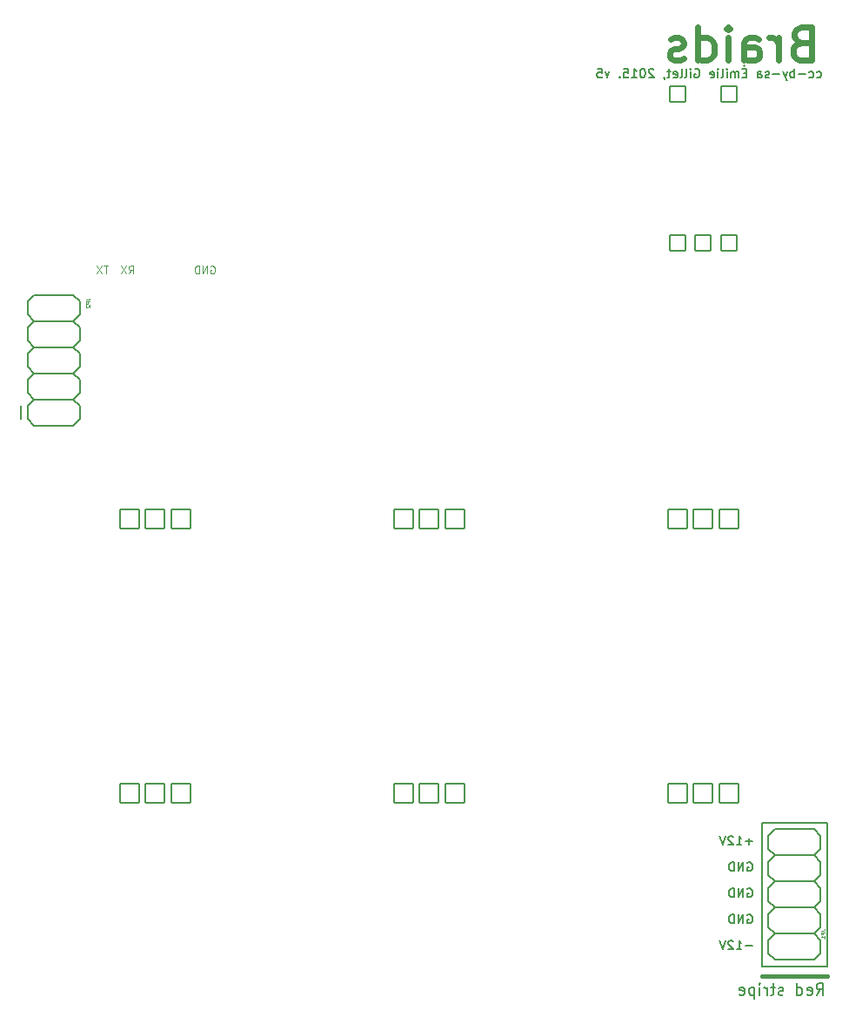
<source format=gbr>
%TF.GenerationSoftware,KiCad,Pcbnew,(6.0.11-0)*%
%TF.CreationDate,2023-03-06T23:39:12+01:00*%
%TF.ProjectId,braids,62726169-6473-42e6-9b69-6361645f7063,rev?*%
%TF.SameCoordinates,Original*%
%TF.FileFunction,Legend,Bot*%
%TF.FilePolarity,Positive*%
%FSLAX46Y46*%
G04 Gerber Fmt 4.6, Leading zero omitted, Abs format (unit mm)*
G04 Created by KiCad (PCBNEW (6.0.11-0)) date 2023-03-06 23:39:12*
%MOMM*%
%LPD*%
G01*
G04 APERTURE LIST*
G04 Aperture macros list*
%AMRoundRect*
0 Rectangle with rounded corners*
0 $1 Rounding radius*
0 $2 $3 $4 $5 $6 $7 $8 $9 X,Y pos of 4 corners*
0 Add a 4 corners polygon primitive as box body*
4,1,4,$2,$3,$4,$5,$6,$7,$8,$9,$2,$3,0*
0 Add four circle primitives for the rounded corners*
1,1,$1+$1,$2,$3*
1,1,$1+$1,$4,$5*
1,1,$1+$1,$6,$7*
1,1,$1+$1,$8,$9*
0 Add four rect primitives between the rounded corners*
20,1,$1+$1,$2,$3,$4,$5,0*
20,1,$1+$1,$4,$5,$6,$7,0*
20,1,$1+$1,$6,$7,$8,$9,0*
20,1,$1+$1,$8,$9,$2,$3,0*%
%AMFreePoly0*
4,1,25,0.575031,1.328373,0.579933,1.323882,1.323882,0.579933,1.345910,0.532692,1.346200,0.526051,1.346200,-0.526051,1.328373,-0.575031,1.323882,-0.579933,0.579933,-1.323882,0.532692,-1.345910,0.526051,-1.346200,-0.526051,-1.346200,-0.575031,-1.328373,-0.579933,-1.323882,-1.323882,-0.579933,-1.345910,-0.532692,-1.346200,-0.526051,-1.346200,0.526051,-1.328373,0.575031,-1.323882,0.579933,
-0.579933,1.323882,-0.532692,1.345910,-0.526051,1.346200,0.526051,1.346200,0.575031,1.328373,0.575031,1.328373,$1*%
%AMFreePoly1*
4,1,25,0.417216,0.947373,0.422118,0.942882,0.942882,0.422118,0.964910,0.374877,0.965200,0.368236,0.965200,-0.368236,0.947373,-0.417216,0.942882,-0.422118,0.422118,-0.942882,0.374877,-0.964910,0.368236,-0.965200,-0.368236,-0.965200,-0.417216,-0.947373,-0.422118,-0.942882,-0.942882,-0.422118,-0.964910,-0.374877,-0.965200,-0.368236,-0.965200,0.368236,-0.947373,0.417216,-0.942882,0.422118,
-0.422118,0.942882,-0.374877,0.964910,-0.368236,0.965200,0.368236,0.965200,0.417216,0.947373,0.417216,0.947373,$1*%
%AMFreePoly2*
4,1,25,0.839299,1.966373,0.844201,1.961882,1.961882,0.844201,1.983910,0.796960,1.984200,0.790319,1.984200,-0.790319,1.966373,-0.839299,1.961882,-0.844201,0.844201,-1.961882,0.796960,-1.983910,0.790319,-1.984200,-0.790319,-1.984200,-0.839299,-1.966373,-0.844201,-1.961882,-1.961882,-0.844201,-1.983910,-0.796960,-1.984200,-0.790319,-1.984200,0.790319,-1.966373,0.839299,-1.961882,0.844201,
-0.844201,1.961882,-0.796960,1.983910,-0.790319,1.984200,0.790319,1.984200,0.839299,1.966373,0.839299,1.966373,$1*%
%AMFreePoly3*
4,1,25,0.438258,0.998173,0.443160,0.993682,0.993682,0.443160,1.015710,0.395919,1.016000,0.389278,1.016000,-0.389278,0.998173,-0.438258,0.993682,-0.443160,0.443160,-0.993682,0.395919,-1.015710,0.389278,-1.016000,-0.389278,-1.016000,-0.438258,-0.998173,-0.443160,-0.993682,-0.993682,-0.443160,-1.015710,-0.395919,-1.016000,-0.389278,-1.016000,0.389278,-0.998173,0.438258,-0.993682,0.443160,
-0.443160,0.993682,-0.395919,1.015710,-0.389278,1.016000,0.389278,1.016000,0.438258,0.998173,0.438258,0.998173,$1*%
G04 Aperture macros list end*
%ADD10C,0.203200*%
%ADD11C,0.406400*%
%ADD12C,0.065024*%
%ADD13C,0.571500*%
%ADD14C,0.152400*%
%ADD15C,0.029911*%
%ADD16C,0.032512*%
%ADD17RoundRect,0.076200X0.939800X-0.939800X0.939800X0.939800X-0.939800X0.939800X-0.939800X-0.939800X0*%
%ADD18FreePoly0,90.000000*%
%ADD19C,2.200000*%
%ADD20FreePoly1,90.000000*%
%ADD21RoundRect,0.076200X-0.750000X-0.750000X0.750000X-0.750000X0.750000X0.750000X-0.750000X0.750000X0*%
%ADD22FreePoly2,0.000000*%
%ADD23C,1.574800*%
%ADD24FreePoly1,270.000000*%
%ADD25FreePoly3,270.000000*%
%ADD26FreePoly3,90.000000*%
G04 APERTURE END LIST*
D10*
X187246100Y-145961100D02*
X187246100Y-131991100D01*
X187246100Y-131991100D02*
X180896100Y-131991100D01*
X180896100Y-131991100D02*
X180896100Y-145961100D01*
X180896100Y-145961100D02*
X187246100Y-145961100D01*
D11*
X180896100Y-146913600D02*
X187246100Y-146913600D01*
D12*
X127261600Y-77903324D02*
X127332817Y-77867715D01*
X127439642Y-77867715D01*
X127546467Y-77903324D01*
X127617684Y-77974540D01*
X127653292Y-78045757D01*
X127688900Y-78188191D01*
X127688900Y-78295016D01*
X127653292Y-78437449D01*
X127617684Y-78508666D01*
X127546467Y-78579883D01*
X127439642Y-78615491D01*
X127368425Y-78615491D01*
X127261600Y-78579883D01*
X127225991Y-78544274D01*
X127225991Y-78295016D01*
X127368425Y-78295016D01*
X126905516Y-78615491D02*
X126905516Y-77867715D01*
X126478215Y-78615491D01*
X126478215Y-77867715D01*
X126122132Y-78615491D02*
X126122132Y-77867715D01*
X125944090Y-77867715D01*
X125837265Y-77903324D01*
X125766048Y-77974540D01*
X125730439Y-78045757D01*
X125694831Y-78188191D01*
X125694831Y-78295016D01*
X125730439Y-78437449D01*
X125766048Y-78508666D01*
X125837265Y-78579883D01*
X125944090Y-78615491D01*
X126122132Y-78615491D01*
X119288491Y-78615491D02*
X119537750Y-78259407D01*
X119715792Y-78615491D02*
X119715792Y-77867715D01*
X119430925Y-77867715D01*
X119359708Y-77903324D01*
X119324100Y-77938932D01*
X119288491Y-78010149D01*
X119288491Y-78116974D01*
X119324100Y-78188191D01*
X119359708Y-78223799D01*
X119430925Y-78259407D01*
X119715792Y-78259407D01*
X119039233Y-77867715D02*
X118540715Y-78615491D01*
X118540715Y-77867715D02*
X119039233Y-78615491D01*
D13*
X184706553Y-56163028D02*
X184243910Y-56317242D01*
X184089696Y-56471457D01*
X183935482Y-56779885D01*
X183935482Y-57242528D01*
X184089696Y-57550957D01*
X184243910Y-57705171D01*
X184552339Y-57859385D01*
X185786053Y-57859385D01*
X185786053Y-54620885D01*
X184706553Y-54620885D01*
X184398125Y-54775100D01*
X184243910Y-54929314D01*
X184089696Y-55237742D01*
X184089696Y-55546171D01*
X184243910Y-55854600D01*
X184398125Y-56008814D01*
X184706553Y-56163028D01*
X185786053Y-56163028D01*
X182547553Y-57859385D02*
X182547553Y-55700385D01*
X182547553Y-56317242D02*
X182393339Y-56008814D01*
X182239125Y-55854600D01*
X181930696Y-55700385D01*
X181622267Y-55700385D01*
X179154839Y-57859385D02*
X179154839Y-56163028D01*
X179309053Y-55854600D01*
X179617482Y-55700385D01*
X180234339Y-55700385D01*
X180542767Y-55854600D01*
X179154839Y-57705171D02*
X179463267Y-57859385D01*
X180234339Y-57859385D01*
X180542767Y-57705171D01*
X180696982Y-57396742D01*
X180696982Y-57088314D01*
X180542767Y-56779885D01*
X180234339Y-56625671D01*
X179463267Y-56625671D01*
X179154839Y-56471457D01*
X177612696Y-57859385D02*
X177612696Y-55700385D01*
X177612696Y-54620885D02*
X177766910Y-54775100D01*
X177612696Y-54929314D01*
X177458482Y-54775100D01*
X177612696Y-54620885D01*
X177612696Y-54929314D01*
X174682625Y-57859385D02*
X174682625Y-54620885D01*
X174682625Y-57705171D02*
X174991053Y-57859385D01*
X175607910Y-57859385D01*
X175916339Y-57705171D01*
X176070553Y-57550957D01*
X176224767Y-57242528D01*
X176224767Y-56317242D01*
X176070553Y-56008814D01*
X175916339Y-55854600D01*
X175607910Y-55700385D01*
X174991053Y-55700385D01*
X174682625Y-55854600D01*
X173294696Y-57705171D02*
X172986267Y-57859385D01*
X172369410Y-57859385D01*
X172060982Y-57705171D01*
X171906767Y-57396742D01*
X171906767Y-57242528D01*
X172060982Y-56934100D01*
X172369410Y-56779885D01*
X172832053Y-56779885D01*
X173140482Y-56625671D01*
X173294696Y-56317242D01*
X173294696Y-56163028D01*
X173140482Y-55854600D01*
X172832053Y-55700385D01*
X172369410Y-55700385D01*
X172060982Y-55854600D01*
D14*
X179504059Y-140970000D02*
X179586306Y-140928876D01*
X179709678Y-140928876D01*
X179833049Y-140970000D01*
X179915297Y-141052247D01*
X179956420Y-141134495D01*
X179997544Y-141298990D01*
X179997544Y-141422361D01*
X179956420Y-141586857D01*
X179915297Y-141669104D01*
X179833049Y-141751352D01*
X179709678Y-141792476D01*
X179627430Y-141792476D01*
X179504059Y-141751352D01*
X179462935Y-141710228D01*
X179462935Y-141422361D01*
X179627430Y-141422361D01*
X179092820Y-141792476D02*
X179092820Y-140928876D01*
X178599335Y-141792476D01*
X178599335Y-140928876D01*
X178188097Y-141792476D02*
X178188097Y-140928876D01*
X177982478Y-140928876D01*
X177859106Y-140970000D01*
X177776859Y-141052247D01*
X177735735Y-141134495D01*
X177694611Y-141298990D01*
X177694611Y-141422361D01*
X177735735Y-141586857D01*
X177776859Y-141669104D01*
X177859106Y-141751352D01*
X177982478Y-141792476D01*
X178188097Y-141792476D01*
X186242316Y-148765380D02*
X186614849Y-148233190D01*
X186880944Y-148765380D02*
X186880944Y-147647780D01*
X186455192Y-147647780D01*
X186348754Y-147701000D01*
X186295535Y-147754219D01*
X186242316Y-147860657D01*
X186242316Y-148020314D01*
X186295535Y-148126752D01*
X186348754Y-148179971D01*
X186455192Y-148233190D01*
X186880944Y-148233190D01*
X185337592Y-148712161D02*
X185444030Y-148765380D01*
X185656906Y-148765380D01*
X185763344Y-148712161D01*
X185816563Y-148605723D01*
X185816563Y-148179971D01*
X185763344Y-148073533D01*
X185656906Y-148020314D01*
X185444030Y-148020314D01*
X185337592Y-148073533D01*
X185284373Y-148179971D01*
X185284373Y-148286409D01*
X185816563Y-148392847D01*
X184326430Y-148765380D02*
X184326430Y-147647780D01*
X184326430Y-148712161D02*
X184432868Y-148765380D01*
X184645744Y-148765380D01*
X184752182Y-148712161D01*
X184805401Y-148658942D01*
X184858620Y-148552504D01*
X184858620Y-148233190D01*
X184805401Y-148126752D01*
X184752182Y-148073533D01*
X184645744Y-148020314D01*
X184432868Y-148020314D01*
X184326430Y-148073533D01*
X182995954Y-148712161D02*
X182889516Y-148765380D01*
X182676640Y-148765380D01*
X182570201Y-148712161D01*
X182516982Y-148605723D01*
X182516982Y-148552504D01*
X182570201Y-148446066D01*
X182676640Y-148392847D01*
X182836297Y-148392847D01*
X182942735Y-148339628D01*
X182995954Y-148233190D01*
X182995954Y-148179971D01*
X182942735Y-148073533D01*
X182836297Y-148020314D01*
X182676640Y-148020314D01*
X182570201Y-148073533D01*
X182197668Y-148020314D02*
X181771916Y-148020314D01*
X182038011Y-147647780D02*
X182038011Y-148605723D01*
X181984792Y-148712161D01*
X181878354Y-148765380D01*
X181771916Y-148765380D01*
X181399382Y-148765380D02*
X181399382Y-148020314D01*
X181399382Y-148233190D02*
X181346163Y-148126752D01*
X181292944Y-148073533D01*
X181186506Y-148020314D01*
X181080068Y-148020314D01*
X180707535Y-148765380D02*
X180707535Y-148020314D01*
X180707535Y-147647780D02*
X180760754Y-147701000D01*
X180707535Y-147754219D01*
X180654316Y-147701000D01*
X180707535Y-147647780D01*
X180707535Y-147754219D01*
X180175344Y-148020314D02*
X180175344Y-149137914D01*
X180175344Y-148073533D02*
X180068906Y-148020314D01*
X179856030Y-148020314D01*
X179749592Y-148073533D01*
X179696373Y-148126752D01*
X179643154Y-148233190D01*
X179643154Y-148552504D01*
X179696373Y-148658942D01*
X179749592Y-148712161D01*
X179856030Y-148765380D01*
X180068906Y-148765380D01*
X180175344Y-148712161D01*
X178738430Y-148712161D02*
X178844868Y-148765380D01*
X179057744Y-148765380D01*
X179164182Y-148712161D01*
X179217401Y-148605723D01*
X179217401Y-148179971D01*
X179164182Y-148073533D01*
X179057744Y-148020314D01*
X178844868Y-148020314D01*
X178738430Y-148073533D01*
X178685211Y-148179971D01*
X178685211Y-148286409D01*
X179217401Y-148392847D01*
X179956420Y-144003485D02*
X179298440Y-144003485D01*
X178434840Y-144332476D02*
X178928325Y-144332476D01*
X178681582Y-144332476D02*
X178681582Y-143468876D01*
X178763830Y-143592247D01*
X178846078Y-143674495D01*
X178928325Y-143715619D01*
X178105849Y-143551123D02*
X178064725Y-143510000D01*
X177982478Y-143468876D01*
X177776859Y-143468876D01*
X177694611Y-143510000D01*
X177653487Y-143551123D01*
X177612363Y-143633371D01*
X177612363Y-143715619D01*
X177653487Y-143838990D01*
X178146973Y-144332476D01*
X177612363Y-144332476D01*
X177365620Y-143468876D02*
X177077754Y-144332476D01*
X176789887Y-143468876D01*
X179504059Y-135890000D02*
X179586306Y-135848876D01*
X179709678Y-135848876D01*
X179833049Y-135890000D01*
X179915297Y-135972247D01*
X179956420Y-136054495D01*
X179997544Y-136218990D01*
X179997544Y-136342361D01*
X179956420Y-136506857D01*
X179915297Y-136589104D01*
X179833049Y-136671352D01*
X179709678Y-136712476D01*
X179627430Y-136712476D01*
X179504059Y-136671352D01*
X179462935Y-136630228D01*
X179462935Y-136342361D01*
X179627430Y-136342361D01*
X179092820Y-136712476D02*
X179092820Y-135848876D01*
X178599335Y-136712476D01*
X178599335Y-135848876D01*
X178188097Y-136712476D02*
X178188097Y-135848876D01*
X177982478Y-135848876D01*
X177859106Y-135890000D01*
X177776859Y-135972247D01*
X177735735Y-136054495D01*
X177694611Y-136218990D01*
X177694611Y-136342361D01*
X177735735Y-136506857D01*
X177776859Y-136589104D01*
X177859106Y-136671352D01*
X177982478Y-136712476D01*
X178188097Y-136712476D01*
X179504059Y-138430000D02*
X179586306Y-138388876D01*
X179709678Y-138388876D01*
X179833049Y-138430000D01*
X179915297Y-138512247D01*
X179956420Y-138594495D01*
X179997544Y-138758990D01*
X179997544Y-138882361D01*
X179956420Y-139046857D01*
X179915297Y-139129104D01*
X179833049Y-139211352D01*
X179709678Y-139252476D01*
X179627430Y-139252476D01*
X179504059Y-139211352D01*
X179462935Y-139170228D01*
X179462935Y-138882361D01*
X179627430Y-138882361D01*
X179092820Y-139252476D02*
X179092820Y-138388876D01*
X178599335Y-139252476D01*
X178599335Y-138388876D01*
X178188097Y-139252476D02*
X178188097Y-138388876D01*
X177982478Y-138388876D01*
X177859106Y-138430000D01*
X177776859Y-138512247D01*
X177735735Y-138594495D01*
X177694611Y-138758990D01*
X177694611Y-138882361D01*
X177735735Y-139046857D01*
X177776859Y-139129104D01*
X177859106Y-139211352D01*
X177982478Y-139252476D01*
X178188097Y-139252476D01*
X186253806Y-59518852D02*
X186336054Y-59559976D01*
X186500549Y-59559976D01*
X186582797Y-59518852D01*
X186623920Y-59477728D01*
X186665044Y-59395480D01*
X186665044Y-59148738D01*
X186623920Y-59066490D01*
X186582797Y-59025366D01*
X186500549Y-58984242D01*
X186336054Y-58984242D01*
X186253806Y-59025366D01*
X185513578Y-59518852D02*
X185595825Y-59559976D01*
X185760320Y-59559976D01*
X185842568Y-59518852D01*
X185883692Y-59477728D01*
X185924816Y-59395480D01*
X185924816Y-59148738D01*
X185883692Y-59066490D01*
X185842568Y-59025366D01*
X185760320Y-58984242D01*
X185595825Y-58984242D01*
X185513578Y-59025366D01*
X185143463Y-59230985D02*
X184485482Y-59230985D01*
X184074244Y-59559976D02*
X184074244Y-58696376D01*
X184074244Y-59025366D02*
X183991997Y-58984242D01*
X183827501Y-58984242D01*
X183745254Y-59025366D01*
X183704130Y-59066490D01*
X183663006Y-59148738D01*
X183663006Y-59395480D01*
X183704130Y-59477728D01*
X183745254Y-59518852D01*
X183827501Y-59559976D01*
X183991997Y-59559976D01*
X184074244Y-59518852D01*
X183375140Y-58984242D02*
X183169520Y-59559976D01*
X182963901Y-58984242D02*
X183169520Y-59559976D01*
X183251768Y-59765595D01*
X183292892Y-59806719D01*
X183375140Y-59847842D01*
X182634911Y-59230985D02*
X181976930Y-59230985D01*
X181606816Y-59518852D02*
X181524568Y-59559976D01*
X181360073Y-59559976D01*
X181277825Y-59518852D01*
X181236701Y-59436604D01*
X181236701Y-59395480D01*
X181277825Y-59313233D01*
X181360073Y-59272109D01*
X181483444Y-59272109D01*
X181565692Y-59230985D01*
X181606816Y-59148738D01*
X181606816Y-59107614D01*
X181565692Y-59025366D01*
X181483444Y-58984242D01*
X181360073Y-58984242D01*
X181277825Y-59025366D01*
X180496473Y-59559976D02*
X180496473Y-59107614D01*
X180537597Y-59025366D01*
X180619844Y-58984242D01*
X180784340Y-58984242D01*
X180866587Y-59025366D01*
X180496473Y-59518852D02*
X180578720Y-59559976D01*
X180784340Y-59559976D01*
X180866587Y-59518852D01*
X180907711Y-59436604D01*
X180907711Y-59354357D01*
X180866587Y-59272109D01*
X180784340Y-59230985D01*
X180578720Y-59230985D01*
X180496473Y-59189861D01*
X179427254Y-59107614D02*
X179139387Y-59107614D01*
X179016016Y-59559976D02*
X179427254Y-59559976D01*
X179427254Y-58696376D01*
X179016016Y-58696376D01*
X179139387Y-58367385D02*
X179262759Y-58490757D01*
X178645901Y-59559976D02*
X178645901Y-58984242D01*
X178645901Y-59066490D02*
X178604778Y-59025366D01*
X178522530Y-58984242D01*
X178399159Y-58984242D01*
X178316911Y-59025366D01*
X178275787Y-59107614D01*
X178275787Y-59559976D01*
X178275787Y-59107614D02*
X178234663Y-59025366D01*
X178152416Y-58984242D01*
X178029044Y-58984242D01*
X177946797Y-59025366D01*
X177905673Y-59107614D01*
X177905673Y-59559976D01*
X177494435Y-59559976D02*
X177494435Y-58984242D01*
X177494435Y-58696376D02*
X177535559Y-58737500D01*
X177494435Y-58778623D01*
X177453311Y-58737500D01*
X177494435Y-58696376D01*
X177494435Y-58778623D01*
X176959825Y-59559976D02*
X177042073Y-59518852D01*
X177083197Y-59436604D01*
X177083197Y-58696376D01*
X176630835Y-59559976D02*
X176630835Y-58984242D01*
X176630835Y-58696376D02*
X176671959Y-58737500D01*
X176630835Y-58778623D01*
X176589711Y-58737500D01*
X176630835Y-58696376D01*
X176630835Y-58778623D01*
X175890606Y-59518852D02*
X175972854Y-59559976D01*
X176137349Y-59559976D01*
X176219597Y-59518852D01*
X176260720Y-59436604D01*
X176260720Y-59107614D01*
X176219597Y-59025366D01*
X176137349Y-58984242D01*
X175972854Y-58984242D01*
X175890606Y-59025366D01*
X175849482Y-59107614D01*
X175849482Y-59189861D01*
X176260720Y-59272109D01*
X174369025Y-58737500D02*
X174451273Y-58696376D01*
X174574644Y-58696376D01*
X174698016Y-58737500D01*
X174780263Y-58819747D01*
X174821387Y-58901995D01*
X174862511Y-59066490D01*
X174862511Y-59189861D01*
X174821387Y-59354357D01*
X174780263Y-59436604D01*
X174698016Y-59518852D01*
X174574644Y-59559976D01*
X174492397Y-59559976D01*
X174369025Y-59518852D01*
X174327901Y-59477728D01*
X174327901Y-59189861D01*
X174492397Y-59189861D01*
X173957787Y-59559976D02*
X173957787Y-58984242D01*
X173957787Y-58696376D02*
X173998911Y-58737500D01*
X173957787Y-58778623D01*
X173916663Y-58737500D01*
X173957787Y-58696376D01*
X173957787Y-58778623D01*
X173423178Y-59559976D02*
X173505425Y-59518852D01*
X173546549Y-59436604D01*
X173546549Y-58696376D01*
X172970816Y-59559976D02*
X173053063Y-59518852D01*
X173094187Y-59436604D01*
X173094187Y-58696376D01*
X172312835Y-59518852D02*
X172395082Y-59559976D01*
X172559578Y-59559976D01*
X172641825Y-59518852D01*
X172682949Y-59436604D01*
X172682949Y-59107614D01*
X172641825Y-59025366D01*
X172559578Y-58984242D01*
X172395082Y-58984242D01*
X172312835Y-59025366D01*
X172271711Y-59107614D01*
X172271711Y-59189861D01*
X172682949Y-59272109D01*
X172024968Y-58984242D02*
X171695978Y-58984242D01*
X171901597Y-58696376D02*
X171901597Y-59436604D01*
X171860473Y-59518852D01*
X171778225Y-59559976D01*
X171695978Y-59559976D01*
X171366987Y-59518852D02*
X171366987Y-59559976D01*
X171408111Y-59642223D01*
X171449235Y-59683347D01*
X170380016Y-58778623D02*
X170338892Y-58737500D01*
X170256644Y-58696376D01*
X170051025Y-58696376D01*
X169968778Y-58737500D01*
X169927654Y-58778623D01*
X169886530Y-58860871D01*
X169886530Y-58943119D01*
X169927654Y-59066490D01*
X170421140Y-59559976D01*
X169886530Y-59559976D01*
X169351920Y-58696376D02*
X169269673Y-58696376D01*
X169187425Y-58737500D01*
X169146301Y-58778623D01*
X169105178Y-58860871D01*
X169064054Y-59025366D01*
X169064054Y-59230985D01*
X169105178Y-59395480D01*
X169146301Y-59477728D01*
X169187425Y-59518852D01*
X169269673Y-59559976D01*
X169351920Y-59559976D01*
X169434168Y-59518852D01*
X169475292Y-59477728D01*
X169516416Y-59395480D01*
X169557540Y-59230985D01*
X169557540Y-59025366D01*
X169516416Y-58860871D01*
X169475292Y-58778623D01*
X169434168Y-58737500D01*
X169351920Y-58696376D01*
X168241578Y-59559976D02*
X168735063Y-59559976D01*
X168488320Y-59559976D02*
X168488320Y-58696376D01*
X168570568Y-58819747D01*
X168652816Y-58901995D01*
X168735063Y-58943119D01*
X167460225Y-58696376D02*
X167871463Y-58696376D01*
X167912587Y-59107614D01*
X167871463Y-59066490D01*
X167789216Y-59025366D01*
X167583597Y-59025366D01*
X167501349Y-59066490D01*
X167460225Y-59107614D01*
X167419101Y-59189861D01*
X167419101Y-59395480D01*
X167460225Y-59477728D01*
X167501349Y-59518852D01*
X167583597Y-59559976D01*
X167789216Y-59559976D01*
X167871463Y-59518852D01*
X167912587Y-59477728D01*
X167048987Y-59477728D02*
X167007863Y-59518852D01*
X167048987Y-59559976D01*
X167090111Y-59518852D01*
X167048987Y-59477728D01*
X167048987Y-59559976D01*
X166062016Y-58984242D02*
X165856397Y-59559976D01*
X165650778Y-58984242D01*
X164910549Y-58696376D02*
X165321787Y-58696376D01*
X165362911Y-59107614D01*
X165321787Y-59066490D01*
X165239540Y-59025366D01*
X165033920Y-59025366D01*
X164951673Y-59066490D01*
X164910549Y-59107614D01*
X164869425Y-59189861D01*
X164869425Y-59395480D01*
X164910549Y-59477728D01*
X164951673Y-59518852D01*
X165033920Y-59559976D01*
X165239540Y-59559976D01*
X165321787Y-59518852D01*
X165362911Y-59477728D01*
X179956420Y-133843485D02*
X179298440Y-133843485D01*
X179627430Y-134172476D02*
X179627430Y-133514495D01*
X178434840Y-134172476D02*
X178928325Y-134172476D01*
X178681582Y-134172476D02*
X178681582Y-133308876D01*
X178763830Y-133432247D01*
X178846078Y-133514495D01*
X178928325Y-133555619D01*
X178105849Y-133391123D02*
X178064725Y-133350000D01*
X177982478Y-133308876D01*
X177776859Y-133308876D01*
X177694611Y-133350000D01*
X177653487Y-133391123D01*
X177612363Y-133473371D01*
X177612363Y-133555619D01*
X177653487Y-133678990D01*
X178146973Y-134172476D01*
X177612363Y-134172476D01*
X177365620Y-133308876D02*
X177077754Y-134172476D01*
X176789887Y-133308876D01*
D12*
X117282617Y-77867715D02*
X116855317Y-77867715D01*
X117068967Y-78615491D02*
X117068967Y-77867715D01*
X116677275Y-77867715D02*
X116178757Y-78615491D01*
X116178757Y-77867715D02*
X116677275Y-78615491D01*
D15*
%TO.C,JP1*%
X186658927Y-142494750D02*
X186927848Y-142494750D01*
X186981632Y-142476822D01*
X187017488Y-142440966D01*
X187035416Y-142387182D01*
X187035416Y-142351326D01*
X187035416Y-142674031D02*
X186658927Y-142674031D01*
X186658927Y-142817455D01*
X186676855Y-142853311D01*
X186694783Y-142871239D01*
X186730639Y-142889167D01*
X186784423Y-142889167D01*
X186820279Y-142871239D01*
X186838207Y-142853311D01*
X186856135Y-142817455D01*
X186856135Y-142674031D01*
X187035416Y-143247728D02*
X187035416Y-143032592D01*
X187035416Y-143140160D02*
X186658927Y-143140160D01*
X186712711Y-143104304D01*
X186748567Y-143068448D01*
X186766495Y-143032592D01*
D16*
%TO.C,JP2*%
X115108307Y-81159874D02*
X115375370Y-81159874D01*
X115428783Y-81142070D01*
X115464391Y-81106461D01*
X115482195Y-81053049D01*
X115482195Y-81017440D01*
X115482195Y-81337916D02*
X115108307Y-81337916D01*
X115108307Y-81480349D01*
X115126112Y-81515958D01*
X115143916Y-81533762D01*
X115179524Y-81551566D01*
X115232937Y-81551566D01*
X115268545Y-81533762D01*
X115286349Y-81515958D01*
X115304153Y-81480349D01*
X115304153Y-81337916D01*
X115143916Y-81694000D02*
X115126112Y-81711804D01*
X115108307Y-81747412D01*
X115108307Y-81836433D01*
X115126112Y-81872042D01*
X115143916Y-81889846D01*
X115179524Y-81907650D01*
X115215132Y-81907650D01*
X115268545Y-81889846D01*
X115482195Y-81676195D01*
X115482195Y-81907650D01*
D14*
%TO.C,JP1*%
X182166100Y-135166100D02*
X185976100Y-135166100D01*
X182166100Y-137706100D02*
X185976100Y-137706100D01*
X182166100Y-140246100D02*
X185976100Y-140246100D01*
X186611100Y-142151100D02*
X185976100Y-142786100D01*
X186611100Y-135801100D02*
X186611100Y-137071100D01*
X186611100Y-134531100D02*
X185976100Y-135166100D01*
X185976100Y-142786100D02*
X186611100Y-143421100D01*
X182166100Y-132626100D02*
X181531100Y-133261100D01*
X185976100Y-135166100D02*
X186611100Y-135801100D01*
X186611100Y-133261100D02*
X186611100Y-134531100D01*
X182166100Y-137706100D02*
X181531100Y-138341100D01*
X181531100Y-140881100D02*
X181531100Y-142151100D01*
D10*
X187246100Y-133261100D02*
X187246100Y-134531100D01*
D14*
X181531100Y-139611100D02*
X182166100Y-140246100D01*
X182166100Y-140246100D02*
X181531100Y-140881100D01*
X185976100Y-132626100D02*
X182166100Y-132626100D01*
X186611100Y-140881100D02*
X186611100Y-142151100D01*
X181531100Y-134531100D02*
X182166100Y-135166100D01*
X182166100Y-145326100D02*
X185976100Y-145326100D01*
X181531100Y-135801100D02*
X181531100Y-137071100D01*
X182166100Y-142786100D02*
X185976100Y-142786100D01*
X181531100Y-143421100D02*
X181531100Y-144691100D01*
X186611100Y-138341100D02*
X186611100Y-139611100D01*
X182166100Y-142786100D02*
X181531100Y-143421100D01*
X186611100Y-137071100D02*
X185976100Y-137706100D01*
X185976100Y-137706100D02*
X186611100Y-138341100D01*
X181531100Y-137071100D02*
X182166100Y-137706100D01*
X185976100Y-132626100D02*
X186611100Y-133261100D01*
X181531100Y-142151100D02*
X182166100Y-142786100D01*
X181531100Y-144691100D02*
X182166100Y-145326100D01*
X181531100Y-133261100D02*
X181531100Y-134531100D01*
X186611100Y-144691100D02*
X185976100Y-145326100D01*
X182166100Y-135166100D02*
X181531100Y-135801100D01*
X181531100Y-138341100D02*
X181531100Y-139611100D01*
X186611100Y-139611100D02*
X185976100Y-140246100D01*
X186611100Y-143421100D02*
X186611100Y-144691100D01*
X185976100Y-140246100D02*
X186611100Y-140881100D01*
G36*
X185595100Y-139230100D02*
G01*
X185087100Y-139230100D01*
X185087100Y-138722100D01*
X185595100Y-138722100D01*
X185595100Y-139230100D01*
G37*
%TO.C,JP2*%
X110095000Y-93390000D02*
X109460000Y-92755000D01*
X109460000Y-90215000D02*
X109460000Y-88945000D01*
X109460000Y-86405000D02*
X110095000Y-85770000D01*
X113905000Y-85770000D02*
X114540000Y-85135000D01*
X109460000Y-81325000D02*
X110095000Y-80690000D01*
X113905000Y-88310000D02*
X114540000Y-87675000D01*
X114540000Y-81325000D02*
X113905000Y-80690000D01*
X110095000Y-85770000D02*
X109460000Y-85135000D01*
X114540000Y-91485000D02*
X113905000Y-90850000D01*
X109460000Y-83865000D02*
X110095000Y-83230000D01*
X113905000Y-90850000D02*
X114540000Y-90215000D01*
X114540000Y-82595000D02*
X114540000Y-81325000D01*
X110095000Y-83230000D02*
X109460000Y-82595000D01*
X114540000Y-90215000D02*
X114540000Y-88945000D01*
X113905000Y-88310000D02*
X110095000Y-88310000D01*
X109460000Y-82595000D02*
X109460000Y-81325000D01*
X109460000Y-85135000D02*
X109460000Y-83865000D01*
X114540000Y-88945000D02*
X113905000Y-88310000D01*
X109460000Y-91485000D02*
X110095000Y-90850000D01*
X110095000Y-90850000D02*
X109460000Y-90215000D01*
X110095000Y-88310000D02*
X109460000Y-87675000D01*
X109460000Y-88945000D02*
X110095000Y-88310000D01*
X114540000Y-83865000D02*
X113905000Y-83230000D01*
X114540000Y-92755000D02*
X114540000Y-91485000D01*
X110095000Y-93390000D02*
X113905000Y-93390000D01*
X114540000Y-85135000D02*
X114540000Y-83865000D01*
D10*
X108825000Y-92755000D02*
X108825000Y-91485000D01*
D14*
X114540000Y-86405000D02*
X113905000Y-85770000D01*
X113905000Y-90850000D02*
X110095000Y-90850000D01*
X113905000Y-80690000D02*
X110095000Y-80690000D01*
X113905000Y-83230000D02*
X114540000Y-82595000D01*
X114540000Y-87675000D02*
X114540000Y-86405000D01*
X109460000Y-92755000D02*
X109460000Y-91485000D01*
X113905000Y-93390000D02*
X114540000Y-92755000D01*
X109460000Y-87675000D02*
X109460000Y-86405000D01*
X113905000Y-83230000D02*
X110095000Y-83230000D01*
X113905000Y-85770000D02*
X110095000Y-85770000D01*
G36*
X110984000Y-87294000D02*
G01*
X110476000Y-87294000D01*
X110476000Y-86786000D01*
X110984000Y-86786000D01*
X110984000Y-87294000D01*
G37*
%TD*%
%LPC*%
D17*
%TO.C,R19*%
X124341100Y-102478600D03*
X121841100Y-102478600D03*
X119341100Y-102478600D03*
D18*
X126541100Y-95478600D03*
X117141100Y-95478600D03*
%TD*%
D17*
%TO.C,R36*%
X124341100Y-129148600D03*
X121841100Y-129148600D03*
X119341100Y-129148600D03*
D18*
X126541100Y-122148600D03*
X117141100Y-122148600D03*
%TD*%
D19*
%TO.C,J4*%
X153591100Y-151993600D03*
D20*
X159306100Y-151993600D03*
X156766100Y-151993600D03*
X149146100Y-151993600D03*
%TD*%
D19*
%TO.C,J3*%
X140891100Y-151993600D03*
D20*
X146606100Y-151993600D03*
X144066100Y-151993600D03*
X136446100Y-151993600D03*
%TD*%
D19*
%TO.C,J5*%
X166291100Y-151993600D03*
D20*
X172006100Y-151993600D03*
X169466100Y-151993600D03*
X161846100Y-151993600D03*
%TD*%
D19*
%TO.C,J1*%
X115491100Y-151993600D03*
D20*
X121206100Y-151993600D03*
X118666100Y-151993600D03*
X111046100Y-151993600D03*
%TD*%
D19*
%TO.C,J2*%
X128191100Y-151993600D03*
D20*
X133906100Y-151993600D03*
X131366100Y-151993600D03*
X123746100Y-151993600D03*
%TD*%
D21*
%TO.C,SW1*%
X172681100Y-75673600D03*
X177681100Y-75673600D03*
X175181100Y-75673600D03*
X172681100Y-61173600D03*
X177681100Y-61173600D03*
D22*
X170281100Y-68173600D03*
X180081100Y-68173600D03*
%TD*%
D17*
%TO.C,R20*%
X151011100Y-102478600D03*
X148511100Y-102478600D03*
X146011100Y-102478600D03*
D18*
X153211100Y-95478600D03*
X143811100Y-95478600D03*
%TD*%
D23*
%TO.C,DISP1*%
X115173600Y-75793600D03*
X117713600Y-75793600D03*
X120253600Y-75793600D03*
X122793600Y-75793600D03*
X125333600Y-75793600D03*
X127873600Y-75793600D03*
X130413600Y-75793600D03*
X132953600Y-75793600D03*
X135493600Y-75793600D03*
X135493600Y-60553600D03*
X132953600Y-60553600D03*
X130413600Y-60553600D03*
X127873600Y-60553600D03*
X125333600Y-60553600D03*
X122793600Y-60553600D03*
X120253600Y-60553600D03*
X117713600Y-60553600D03*
X115173600Y-60553600D03*
%TD*%
D17*
%TO.C,R38*%
X177681100Y-129148600D03*
X175181100Y-129148600D03*
X172681100Y-129148600D03*
D18*
X179881100Y-122148600D03*
X170481100Y-122148600D03*
%TD*%
D17*
%TO.C,R37*%
X151011100Y-129148600D03*
X148511100Y-129148600D03*
X146011100Y-129148600D03*
D18*
X153211100Y-122148600D03*
X143811100Y-122148600D03*
%TD*%
D17*
%TO.C,R21*%
X177681100Y-102478600D03*
X175181100Y-102478600D03*
X172681100Y-102478600D03*
D18*
X179881100Y-95478600D03*
X170481100Y-95478600D03*
%TD*%
D19*
%TO.C,J6*%
X181531100Y-151993600D03*
D24*
X175816100Y-151993600D03*
X178356100Y-151993600D03*
X185976100Y-151993600D03*
%TD*%
D23*
%TO.C,DISP2*%
X140573600Y-75793600D03*
X143113600Y-75793600D03*
X145653600Y-75793600D03*
X148193600Y-75793600D03*
X150733600Y-75793600D03*
X153273600Y-75793600D03*
X155813600Y-75793600D03*
X158353600Y-75793600D03*
X160893600Y-75793600D03*
X160893600Y-60553600D03*
X158353600Y-60553600D03*
X155813600Y-60553600D03*
X153273600Y-60553600D03*
X150733600Y-60553600D03*
X148193600Y-60553600D03*
X145653600Y-60553600D03*
X143113600Y-60553600D03*
X140573600Y-60553600D03*
%TD*%
D25*
%TO.C,JP1*%
X185341100Y-133896100D03*
X182801100Y-133896100D03*
X185341100Y-136436100D03*
X182801100Y-136436100D03*
X185341100Y-138976100D03*
X182801100Y-138976100D03*
X185341100Y-141516100D03*
X182801100Y-141516100D03*
X185341100Y-144056100D03*
X182801100Y-144056100D03*
%TD*%
D26*
%TO.C,JP2*%
X110730000Y-92120000D03*
X113270000Y-92120000D03*
X110730000Y-89580000D03*
X113270000Y-89580000D03*
X110730000Y-87040000D03*
X113270000Y-87040000D03*
X110730000Y-84500000D03*
X113270000Y-84500000D03*
X110730000Y-81960000D03*
X113270000Y-81960000D03*
%TD*%
M02*

</source>
